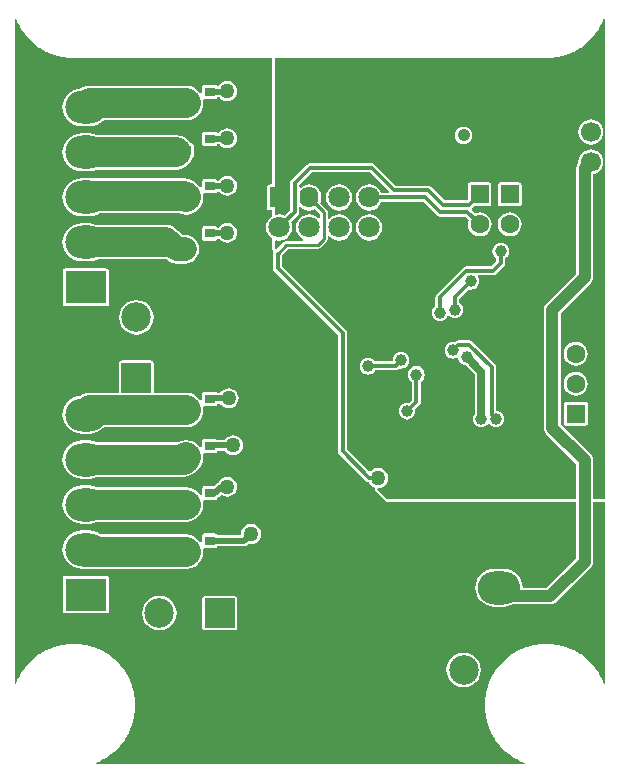
<source format=gbl>
G04 Layer_Physical_Order=2*
G04 Layer_Color=16711680*
%FSLAX25Y25*%
%MOIN*%
G70*
G01*
G75*
%ADD22C,0.01378*%
%ADD23C,0.01968*%
%ADD24C,0.02756*%
%ADD26R,0.09842X0.09842*%
%ADD27C,0.09842*%
%ADD28R,0.09842X0.09842*%
%ADD29C,0.06299*%
%ADD30R,0.06299X0.06299*%
%ADD31R,0.06693X0.06693*%
%ADD32C,0.06693*%
%ADD33C,0.04134*%
%ADD34R,0.06299X0.07087*%
%ADD35C,0.07087*%
%ADD36O,0.06299X0.07087*%
%ADD38C,0.03937*%
%ADD39C,0.02756*%
%ADD40C,0.05000*%
%ADD41R,0.03543X0.03150*%
%ADD42C,0.09842*%
%ADD43C,0.07874*%
%ADD44C,0.01000*%
%ADD45C,0.03937*%
%ADD46O,0.14173X0.11024*%
%ADD47R,0.14173X0.11024*%
%ADD48O,0.13780X0.11024*%
%ADD49R,0.13780X0.11024*%
G36*
X1239Y246868D02*
X1268Y246823D01*
X1286Y246772D01*
X2576Y244538D01*
X2611Y244497D01*
X2635Y244449D01*
X4206Y242402D01*
X4247Y242366D01*
X4276Y242322D01*
X6101Y240497D01*
X6146Y240467D01*
X6181Y240427D01*
X8228Y238856D01*
X8277Y238832D01*
X8317Y238796D01*
X10552Y237506D01*
X10603Y237489D01*
X10648Y237459D01*
X13032Y236472D01*
X13084Y236461D01*
X13133Y236437D01*
X15625Y235770D01*
X15679Y235766D01*
X15730Y235749D01*
X18288Y235412D01*
X18342Y235415D01*
X18394Y235405D01*
X19685D01*
X85799D01*
Y193335D01*
X84961D01*
X84649Y193273D01*
X84384Y193096D01*
X84207Y192832D01*
X84145Y192520D01*
Y185433D01*
X84207Y185121D01*
X84384Y184856D01*
X84649Y184679D01*
X84961Y184617D01*
X85799D01*
Y183532D01*
X85817Y183438D01*
X85821Y183341D01*
X85848Y183283D01*
X85861Y183220D01*
X85897Y182945D01*
X85727Y182627D01*
X85712Y182611D01*
X85013Y182074D01*
X84316Y181167D01*
X83879Y180110D01*
X83729Y178976D01*
X83879Y177843D01*
X84316Y176786D01*
X85013Y175879D01*
X85712Y175342D01*
X85727Y175326D01*
X85897Y175008D01*
X85861Y174733D01*
X85848Y174670D01*
X85821Y174611D01*
X85817Y174515D01*
X85799Y174421D01*
Y171964D01*
X85822Y171847D01*
X85834Y171727D01*
X85853Y171692D01*
X85861Y171652D01*
X85927Y171552D01*
X85984Y171446D01*
X86015Y171421D01*
X86037Y171388D01*
X86196Y170856D01*
X86080Y170276D01*
Y165354D01*
X86196Y164773D01*
X86525Y164281D01*
X107734Y143072D01*
Y104331D01*
X107849Y103750D01*
X108178Y103257D01*
X117037Y94399D01*
X117037Y94399D01*
X117529Y94070D01*
X118110Y93954D01*
X118110Y93954D01*
X118120D01*
X118180Y93808D01*
X118709Y93119D01*
X119399Y92590D01*
X119781Y92431D01*
X119864Y92370D01*
X120131Y92026D01*
X120126Y91997D01*
X120078Y91833D01*
X120081Y91773D01*
X120069Y91713D01*
X120089Y91615D01*
X120094Y91515D01*
X120120Y91461D01*
X120131Y91401D01*
X120187Y91318D01*
X120230Y91228D01*
X120275Y91187D01*
X120308Y91137D01*
X123632Y87813D01*
X123897Y87636D01*
X124209Y87574D01*
X124209Y87574D01*
X187168D01*
Y68706D01*
X177357Y58895D01*
X169337D01*
X169334Y58898D01*
X169213Y60135D01*
X168852Y61325D01*
X168266Y62421D01*
X167477Y63382D01*
X166516Y64171D01*
X165419Y64757D01*
X164229Y65118D01*
X162992Y65240D01*
X159843D01*
X158605Y65118D01*
X157415Y64757D01*
X156319Y64171D01*
X155358Y63382D01*
X154569Y62421D01*
X153983Y61325D01*
X153622Y60135D01*
X153500Y58898D01*
X153622Y57660D01*
X153983Y56471D01*
X154569Y55374D01*
X155358Y54413D01*
X156319Y53624D01*
X157415Y53038D01*
X158605Y52677D01*
X159843Y52555D01*
X162992D01*
X164229Y52677D01*
X165419Y53038D01*
X165928Y53310D01*
X178513D01*
X179236Y53405D01*
X179910Y53684D01*
X180488Y54128D01*
X191935Y65575D01*
X192379Y66153D01*
X192658Y66827D01*
X192753Y67550D01*
Y87574D01*
X196850D01*
Y27039D01*
X196350Y26939D01*
X195612Y28723D01*
X195582Y28767D01*
X195565Y28818D01*
X194274Y31053D01*
X194239Y31093D01*
X194215Y31142D01*
X192644Y33189D01*
X192604Y33224D01*
X192574Y33269D01*
X190749Y35094D01*
X190705Y35124D01*
X190669Y35164D01*
X188622Y36735D01*
X188574Y36759D01*
X188533Y36794D01*
X186299Y38084D01*
X186248Y38102D01*
X186203Y38131D01*
X183819Y39119D01*
X183766Y39129D01*
X183718Y39153D01*
X181225Y39821D01*
X181172Y39825D01*
X181121Y39842D01*
X178562Y40179D01*
X178509Y40175D01*
X178456Y40186D01*
X175875D01*
X175822Y40175D01*
X175768Y40179D01*
X173210Y39842D01*
X173159Y39825D01*
X173105Y39821D01*
X170613Y39153D01*
X170565Y39129D01*
X170512Y39119D01*
X168128Y38131D01*
X168083Y38102D01*
X168032Y38084D01*
X165798Y36794D01*
X165757Y36759D01*
X165709Y36735D01*
X163662Y35164D01*
X163626Y35123D01*
X163582Y35094D01*
X161757Y33269D01*
X161727Y33224D01*
X161687Y33189D01*
X160116Y31141D01*
X160092Y31093D01*
X160056Y31053D01*
X158766Y28818D01*
X158749Y28767D01*
X158719Y28722D01*
X157731Y26338D01*
X157721Y26286D01*
X157697Y26237D01*
X157029Y23745D01*
X157026Y23691D01*
X157009Y23640D01*
X156672Y21082D01*
X156675Y21028D01*
X156665Y20976D01*
Y18395D01*
X156675Y18342D01*
X156672Y18288D01*
X157009Y15730D01*
X157026Y15679D01*
X157029Y15625D01*
X157697Y13133D01*
X157721Y13084D01*
X157731Y13032D01*
X158719Y10648D01*
X158749Y10603D01*
X158766Y10552D01*
X160056Y8317D01*
X160092Y8277D01*
X160116Y8229D01*
X161687Y6181D01*
X161727Y6146D01*
X161757Y6101D01*
X163582Y4276D01*
X163626Y4247D01*
X163662Y4206D01*
X165709Y2635D01*
X165757Y2612D01*
X165798Y2576D01*
X168032Y1286D01*
X168083Y1268D01*
X168128Y1239D01*
X169911Y500D01*
X169812Y0D01*
X27039D01*
X26939Y500D01*
X28723Y1239D01*
X28767Y1268D01*
X28818Y1286D01*
X31053Y2576D01*
X31093Y2611D01*
X31142Y2635D01*
X33189Y4206D01*
X33224Y4247D01*
X33269Y4276D01*
X35094Y6101D01*
X35124Y6146D01*
X35164Y6181D01*
X36735Y8228D01*
X36759Y8277D01*
X36794Y8317D01*
X38084Y10552D01*
X38102Y10603D01*
X38131Y10648D01*
X39119Y13032D01*
X39129Y13084D01*
X39153Y13133D01*
X39821Y15625D01*
X39825Y15679D01*
X39842Y15730D01*
X40179Y18288D01*
X40175Y18342D01*
X40186Y18394D01*
Y20976D01*
X40175Y21028D01*
X40179Y21082D01*
X39842Y23640D01*
X39825Y23691D01*
X39821Y23745D01*
X39153Y26237D01*
X39129Y26286D01*
X39119Y26338D01*
X38131Y28722D01*
X38102Y28767D01*
X38084Y28818D01*
X36794Y31053D01*
X36759Y31093D01*
X36735Y31141D01*
X35164Y33189D01*
X35123Y33224D01*
X35094Y33269D01*
X33269Y35094D01*
X33224Y35123D01*
X33189Y35164D01*
X31141Y36735D01*
X31093Y36759D01*
X31053Y36794D01*
X28818Y38084D01*
X28767Y38102D01*
X28722Y38131D01*
X26338Y39119D01*
X26286Y39129D01*
X26237Y39153D01*
X23745Y39821D01*
X23691Y39825D01*
X23640Y39842D01*
X21082Y40179D01*
X21028Y40175D01*
X20976Y40186D01*
X19685D01*
X19685Y40186D01*
X18395Y40186D01*
X18342Y40175D01*
X18288Y40179D01*
X15730Y39842D01*
X15679Y39825D01*
X15625Y39821D01*
X13133Y39153D01*
X13084Y39129D01*
X13032Y39119D01*
X10648Y38131D01*
X10603Y38102D01*
X10552Y38084D01*
X8317Y36794D01*
X8277Y36759D01*
X8229Y36735D01*
X6181Y35164D01*
X6146Y35123D01*
X6101Y35094D01*
X4276Y33269D01*
X4247Y33224D01*
X4206Y33189D01*
X2635Y31141D01*
X2612Y31093D01*
X2576Y31053D01*
X1286Y28818D01*
X1268Y28767D01*
X1239Y28722D01*
X500Y26939D01*
X0Y27039D01*
Y248552D01*
X500Y248651D01*
X1239Y246868D01*
D02*
G37*
G36*
X95293Y185766D02*
X96118Y185133D01*
X97079Y184735D01*
X98110Y184599D01*
X99141Y184735D01*
X100086Y185126D01*
X101628Y183584D01*
Y182270D01*
X101128Y182135D01*
X100301Y182770D01*
X99244Y183208D01*
X98110Y183357D01*
X96976Y183208D01*
X95920Y182770D01*
X95013Y182074D01*
X94316Y181167D01*
X93879Y180110D01*
X93730Y178976D01*
X93879Y177843D01*
X94316Y176786D01*
X95013Y175879D01*
X95920Y175182D01*
X96231Y175054D01*
X96131Y174554D01*
X90551D01*
X90044Y174453D01*
X89614Y174166D01*
X87154Y171705D01*
X87114Y171697D01*
X86614Y171964D01*
Y174421D01*
X87114Y174727D01*
X88110Y174596D01*
X89244Y174745D01*
X90301Y175182D01*
X91208Y175879D01*
X91904Y176786D01*
X92342Y177843D01*
X92491Y178976D01*
X92342Y180110D01*
X92063Y180782D01*
X94351Y183071D01*
X94351Y183071D01*
X94681Y183563D01*
X94796Y184144D01*
X94796Y184144D01*
Y185636D01*
X95270Y185797D01*
X95293Y185766D01*
D02*
G37*
G36*
X196850Y248552D02*
Y88389D01*
X192753D01*
Y101378D01*
X192658Y102101D01*
X192379Y102774D01*
X191935Y103352D01*
X191935Y103352D01*
X181926Y113361D01*
Y150418D01*
X191935Y160427D01*
X191935Y160427D01*
X192379Y161005D01*
X192658Y161679D01*
X192753Y162402D01*
Y196698D01*
X193127Y196748D01*
X194135Y197166D01*
X195001Y197830D01*
X195666Y198696D01*
X196084Y199705D01*
X196227Y200787D01*
X196084Y201870D01*
X195666Y202878D01*
X195001Y203745D01*
X194135Y204409D01*
X193127Y204827D01*
X192044Y204970D01*
X190962Y204827D01*
X189953Y204409D01*
X189087Y203745D01*
X188422Y202878D01*
X188005Y201870D01*
X187862Y200787D01*
X187892Y200556D01*
X187542Y200100D01*
X187263Y199426D01*
X187168Y198704D01*
Y163558D01*
X177159Y153549D01*
X176716Y152971D01*
X176437Y152297D01*
X176341Y151575D01*
Y112205D01*
X176437Y111482D01*
X176716Y110809D01*
X177159Y110230D01*
X187168Y100221D01*
Y88389D01*
X124209D01*
X120885Y91713D01*
X121150Y92155D01*
X121924Y92257D01*
X122727Y92590D01*
X123417Y93119D01*
X123946Y93808D01*
X124278Y94611D01*
X124391Y95472D01*
X124278Y96334D01*
X123946Y97137D01*
X123417Y97826D01*
X122727Y98355D01*
X121924Y98687D01*
X121063Y98801D01*
X120202Y98687D01*
X119399Y98355D01*
X118709Y97826D01*
X118590Y97671D01*
X118091Y97638D01*
X110770Y104959D01*
Y143701D01*
X110654Y144282D01*
X110326Y144774D01*
X89117Y165983D01*
Y169919D01*
X91100Y171903D01*
X101086D01*
X101593Y172004D01*
X102023Y172291D01*
X103891Y174159D01*
X104178Y174589D01*
X104279Y175096D01*
Y176013D01*
X104779Y176183D01*
X105013Y175879D01*
X105920Y175182D01*
X106976Y174745D01*
X108110Y174596D01*
X109244Y174745D01*
X110301Y175182D01*
X111208Y175879D01*
X111904Y176786D01*
X112342Y177843D01*
X112491Y178976D01*
X112342Y180110D01*
X111904Y181167D01*
X111208Y182074D01*
X110301Y182770D01*
X109244Y183208D01*
X108110Y183357D01*
X106976Y183208D01*
X105920Y182770D01*
X105013Y182074D01*
X104779Y181770D01*
X104279Y181939D01*
Y184133D01*
X104178Y184640D01*
X103891Y185070D01*
X101797Y187164D01*
X101958Y187552D01*
X102094Y188583D01*
Y189370D01*
X101958Y190401D01*
X101560Y191362D01*
X100927Y192187D01*
X100102Y192820D01*
X99141Y193218D01*
X98110Y193354D01*
X97079Y193218D01*
X96118Y192820D01*
X95293Y192187D01*
X95270Y192156D01*
X94796Y192317D01*
Y193043D01*
X99054Y197301D01*
X118466D01*
X124810Y190956D01*
X124619Y190495D01*
X122183D01*
X121904Y191167D01*
X121208Y192074D01*
X120301Y192770D01*
X119244Y193208D01*
X118110Y193357D01*
X116976Y193208D01*
X115920Y192770D01*
X115013Y192074D01*
X114316Y191167D01*
X113879Y190110D01*
X113730Y188976D01*
X113879Y187843D01*
X114316Y186786D01*
X115013Y185879D01*
X115920Y185182D01*
X116976Y184745D01*
X118110Y184596D01*
X119244Y184745D01*
X120301Y185182D01*
X121208Y185879D01*
X121904Y186786D01*
X122183Y187458D01*
X136182D01*
X140659Y182982D01*
X141151Y182652D01*
X141732Y182537D01*
X150259D01*
X151291Y181505D01*
X151095Y181031D01*
X150959Y180000D01*
X151095Y178969D01*
X151493Y178008D01*
X152126Y177183D01*
X152951Y176550D01*
X153912Y176152D01*
X154943Y176016D01*
X155974Y176152D01*
X156935Y176550D01*
X157760Y177183D01*
X158393Y178008D01*
X158791Y178969D01*
X158927Y180000D01*
X158791Y181031D01*
X158393Y181992D01*
X157760Y182817D01*
X156935Y183450D01*
X155974Y183848D01*
X154943Y183984D01*
X153912Y183848D01*
X153438Y183652D01*
X152297Y184793D01*
X152346Y185291D01*
X152450Y185360D01*
X153125Y186035D01*
X158093D01*
X158405Y186097D01*
X158669Y186274D01*
X158846Y186538D01*
X158908Y186850D01*
Y193150D01*
X158846Y193462D01*
X158669Y193726D01*
X158405Y193903D01*
X158093Y193965D01*
X151793D01*
X151481Y193903D01*
X151217Y193726D01*
X151040Y193462D01*
X150978Y193150D01*
Y188182D01*
X150747Y187951D01*
X143346D01*
X138870Y192428D01*
X138377Y192757D01*
X137796Y192873D01*
X127188D01*
X120168Y199892D01*
X119676Y200221D01*
X119095Y200337D01*
X98425D01*
X97844Y200221D01*
X97352Y199892D01*
X92204Y194745D01*
X91875Y194253D01*
X91760Y193672D01*
Y184773D01*
X89916Y182929D01*
X89244Y183208D01*
X88110Y183357D01*
X87114Y183226D01*
X86614Y183532D01*
Y235405D01*
X175875Y235405D01*
X178456D01*
X178508Y235415D01*
X178562Y235412D01*
X181121Y235749D01*
X181171Y235766D01*
X181225Y235770D01*
X183718Y236437D01*
X183766Y236461D01*
X183819Y236472D01*
X186203Y237459D01*
X186247Y237489D01*
X186298Y237506D01*
X188533Y238797D01*
X188574Y238832D01*
X188622Y238856D01*
X190669Y240427D01*
X190705Y240467D01*
X190749Y240497D01*
X192574Y242322D01*
X192604Y242366D01*
X192644Y242402D01*
X194215Y244449D01*
X194239Y244497D01*
X194274Y244538D01*
X195565Y246773D01*
X195582Y246824D01*
X195612Y246868D01*
X196350Y248651D01*
X196850Y248552D01*
D02*
G37*
%LPC*%
G36*
X45472Y134674D02*
X35630D01*
X35318Y134612D01*
X35053Y134435D01*
X34876Y134170D01*
X34814Y133858D01*
Y124016D01*
X34704Y123881D01*
X25118D01*
X23625Y123684D01*
X22233Y123108D01*
X22005Y122933D01*
X21007Y122835D01*
X19817Y122474D01*
X18721Y121888D01*
X17759Y121099D01*
X16971Y120138D01*
X16385Y119041D01*
X16024Y117851D01*
X15902Y116614D01*
X16024Y115377D01*
X16385Y114187D01*
X16971Y113091D01*
X17759Y112129D01*
X18721Y111341D01*
X19817Y110755D01*
X21007Y110394D01*
X22244Y110272D01*
X25000D01*
X26237Y110394D01*
X27427Y110755D01*
X28524Y111341D01*
X29485Y112129D01*
X29657Y112340D01*
X57087D01*
X58580Y112536D01*
X59972Y113113D01*
X61167Y114030D01*
X62084Y115225D01*
X62661Y116617D01*
X62857Y118110D01*
X62732Y119063D01*
X63184Y119461D01*
X63189Y119460D01*
X66732D01*
X67044Y119522D01*
X67309Y119699D01*
X67486Y119964D01*
X67538Y120228D01*
X68496D01*
X68906Y119694D01*
X69596Y119165D01*
X70398Y118832D01*
X71260Y118719D01*
X72121Y118832D01*
X72924Y119165D01*
X73613Y119694D01*
X74142Y120383D01*
X74475Y121186D01*
X74588Y122047D01*
X74475Y122909D01*
X74142Y123712D01*
X73613Y124401D01*
X72924Y124930D01*
X72121Y125262D01*
X71260Y125376D01*
X70398Y125262D01*
X69596Y124930D01*
X68906Y124401D01*
X68496Y123866D01*
X67400D01*
X67309Y124002D01*
X67044Y124179D01*
X66732Y124241D01*
X63189D01*
X62877Y124179D01*
X62612Y124002D01*
X62435Y123737D01*
X62373Y123425D01*
Y121440D01*
X61873Y121270D01*
X61167Y122191D01*
X59972Y123108D01*
X58580Y123684D01*
X57087Y123881D01*
X46399D01*
X46288Y124016D01*
Y133858D01*
X46226Y134170D01*
X46049Y134435D01*
X45785Y134612D01*
X45472Y134674D01*
D02*
G37*
G36*
X73228Y56131D02*
X63386D01*
X63074Y56068D01*
X62809Y55892D01*
X62632Y55627D01*
X62570Y55315D01*
Y45472D01*
X62632Y45160D01*
X62809Y44896D01*
X63074Y44719D01*
X63386Y44657D01*
X73228D01*
X73541Y44719D01*
X73805Y44896D01*
X73982Y45160D01*
X74044Y45472D01*
Y55315D01*
X73982Y55627D01*
X73805Y55892D01*
X73541Y56068D01*
X73228Y56131D01*
D02*
G37*
G36*
X48228Y56164D02*
X46735Y55968D01*
X45343Y55391D01*
X44148Y54474D01*
X43231Y53279D01*
X42654Y51887D01*
X42458Y50394D01*
X42654Y48900D01*
X43231Y47508D01*
X44148Y46313D01*
X45343Y45396D01*
X46735Y44820D01*
X48228Y44623D01*
X49722Y44820D01*
X51114Y45396D01*
X52309Y46313D01*
X53226Y47508D01*
X53802Y48900D01*
X53999Y50394D01*
X53802Y51887D01*
X53226Y53279D01*
X52309Y54474D01*
X51114Y55391D01*
X49722Y55968D01*
X48228Y56164D01*
D02*
G37*
G36*
X149606Y37267D02*
X148113Y37070D01*
X146721Y36494D01*
X145526Y35577D01*
X144609Y34381D01*
X144032Y32990D01*
X143836Y31496D01*
X144032Y30002D01*
X144609Y28611D01*
X145526Y27416D01*
X146721Y26499D01*
X148113Y25922D01*
X149606Y25725D01*
X151100Y25922D01*
X152492Y26499D01*
X153687Y27416D01*
X154604Y28611D01*
X155180Y30002D01*
X155377Y31496D01*
X155180Y32990D01*
X154604Y34381D01*
X153687Y35577D01*
X152492Y36494D01*
X151100Y37070D01*
X149606Y37267D01*
D02*
G37*
G36*
X30512Y62942D02*
X16732D01*
X16420Y62880D01*
X16156Y62703D01*
X15979Y62438D01*
X15917Y62126D01*
Y51102D01*
X15979Y50790D01*
X16156Y50526D01*
X16420Y50349D01*
X16732Y50287D01*
X30512D01*
X30824Y50349D01*
X31089Y50526D01*
X31265Y50790D01*
X31328Y51102D01*
Y62126D01*
X31265Y62438D01*
X31089Y62703D01*
X30824Y62880D01*
X30512Y62942D01*
D02*
G37*
G36*
X72835Y109628D02*
X71973Y109514D01*
X71170Y109182D01*
X70481Y108653D01*
X70071Y108118D01*
X67400D01*
X67309Y108254D01*
X67044Y108431D01*
X66732Y108493D01*
X63189D01*
X62877Y108431D01*
X62612Y108254D01*
X62435Y107989D01*
X62373Y107677D01*
Y105692D01*
X61873Y105522D01*
X61167Y106443D01*
X59972Y107360D01*
X58580Y107936D01*
X57087Y108133D01*
X55593Y107936D01*
X54262Y107385D01*
X27593D01*
X27427Y107474D01*
X26237Y107835D01*
X25000Y107957D01*
X22244D01*
X21007Y107835D01*
X19817Y107474D01*
X18721Y106888D01*
X17759Y106099D01*
X16971Y105138D01*
X16385Y104041D01*
X16024Y102851D01*
X15902Y101614D01*
X16024Y100377D01*
X16385Y99187D01*
X16971Y98090D01*
X17759Y97129D01*
X18721Y96341D01*
X19817Y95755D01*
X21007Y95394D01*
X22244Y95272D01*
X25000D01*
X26237Y95394D01*
X27427Y95755D01*
X27593Y95843D01*
X56339D01*
X57832Y96040D01*
X59224Y96617D01*
X60419Y97534D01*
X61167Y98282D01*
X62084Y99477D01*
X62661Y100869D01*
X62857Y102362D01*
X62732Y103315D01*
X63184Y103713D01*
X63189Y103712D01*
X66732D01*
X67044Y103774D01*
X67309Y103951D01*
X67486Y104215D01*
X67538Y104480D01*
X70071D01*
X70481Y103946D01*
X71170Y103417D01*
X71973Y103084D01*
X72835Y102971D01*
X73696Y103084D01*
X74499Y103417D01*
X75188Y103946D01*
X75717Y104635D01*
X76050Y105438D01*
X76163Y106299D01*
X76050Y107161D01*
X75717Y107963D01*
X75188Y108653D01*
X74499Y109182D01*
X73696Y109514D01*
X72835Y109628D01*
D02*
G37*
G36*
X70866Y95848D02*
X70005Y95735D01*
X69202Y95402D01*
X68512Y94873D01*
X67984Y94184D01*
X67910Y94005D01*
X67611Y93806D01*
X67611Y93806D01*
X66550Y92745D01*
X63189D01*
X62877Y92683D01*
X62612Y92506D01*
X62435Y92241D01*
X62373Y91929D01*
Y89944D01*
X61873Y89774D01*
X61167Y90695D01*
X59972Y91612D01*
X58580Y92188D01*
X57087Y92385D01*
X27593D01*
X27427Y92474D01*
X26237Y92835D01*
X25000Y92957D01*
X22244D01*
X21007Y92835D01*
X19817Y92474D01*
X18721Y91888D01*
X17759Y91099D01*
X16971Y90138D01*
X16385Y89041D01*
X16024Y87852D01*
X15902Y86614D01*
X16024Y85377D01*
X16385Y84187D01*
X16971Y83091D01*
X17759Y82129D01*
X18721Y81341D01*
X19817Y80755D01*
X21007Y80394D01*
X22244Y80272D01*
X25000D01*
X26237Y80394D01*
X27427Y80755D01*
X27593Y80844D01*
X57087D01*
X58580Y81040D01*
X59972Y81617D01*
X61167Y82534D01*
X62084Y83729D01*
X62661Y85121D01*
X62857Y86614D01*
X62732Y87567D01*
X63184Y87965D01*
X63189Y87964D01*
X66732D01*
X67044Y88026D01*
X67309Y88203D01*
X67486Y88467D01*
X67542Y88749D01*
X68019Y89068D01*
X68854Y89904D01*
X69202Y89637D01*
X70005Y89305D01*
X70866Y89191D01*
X71728Y89305D01*
X72530Y89637D01*
X73220Y90166D01*
X73749Y90855D01*
X74081Y91658D01*
X74195Y92520D01*
X74081Y93381D01*
X73749Y94184D01*
X73220Y94873D01*
X72530Y95402D01*
X71728Y95735D01*
X70866Y95848D01*
D02*
G37*
G36*
X78740Y80100D02*
X77879Y79987D01*
X77076Y79654D01*
X76387Y79125D01*
X75858Y78436D01*
X75525Y77633D01*
X75412Y76772D01*
X75108Y76425D01*
X67499D01*
X67486Y76493D01*
X67309Y76758D01*
X67044Y76935D01*
X66732Y76997D01*
X63189D01*
X62877Y76935D01*
X62612Y76758D01*
X62435Y76493D01*
X62373Y76181D01*
Y74196D01*
X61873Y74026D01*
X61167Y74947D01*
X59972Y75864D01*
X58580Y76440D01*
X57087Y76637D01*
X28829D01*
X28524Y76888D01*
X27427Y77474D01*
X26237Y77835D01*
X25000Y77956D01*
X22244D01*
X21007Y77835D01*
X19817Y77474D01*
X18721Y76888D01*
X17759Y76099D01*
X16971Y75138D01*
X16385Y74041D01*
X16024Y72852D01*
X15902Y71614D01*
X16024Y70377D01*
X16385Y69187D01*
X16971Y68090D01*
X17759Y67129D01*
X18721Y66341D01*
X19817Y65755D01*
X21007Y65394D01*
X22244Y65272D01*
X23031D01*
X24370Y65096D01*
X57087D01*
X58580Y65292D01*
X59972Y65869D01*
X61167Y66786D01*
X62084Y67981D01*
X62661Y69373D01*
X62857Y70866D01*
X62732Y71819D01*
X63184Y72217D01*
X63189Y72216D01*
X66732D01*
X67044Y72278D01*
X67309Y72455D01*
X67486Y72719D01*
X67499Y72787D01*
X76575D01*
X76575Y72787D01*
X77271Y72926D01*
X77861Y73320D01*
X78072Y73531D01*
X78740Y73443D01*
X79602Y73557D01*
X80404Y73889D01*
X81094Y74418D01*
X81623Y75107D01*
X81955Y75910D01*
X82069Y76772D01*
X81955Y77633D01*
X81623Y78436D01*
X81094Y79125D01*
X80404Y79654D01*
X79602Y79987D01*
X78740Y80100D01*
D02*
G37*
G36*
X25000Y210319D02*
X22244D01*
X21007Y210197D01*
X19817Y209836D01*
X18721Y209250D01*
X17759Y208461D01*
X16971Y207500D01*
X16385Y206403D01*
X16024Y205214D01*
X15902Y203976D01*
X16024Y202739D01*
X16385Y201549D01*
X16971Y200453D01*
X17759Y199492D01*
X18721Y198703D01*
X19817Y198117D01*
X21007Y197756D01*
X22244Y197634D01*
X25000D01*
X26237Y197756D01*
X27427Y198117D01*
X27593Y198206D01*
X53799D01*
X55292Y198402D01*
X56684Y198979D01*
X57879Y199896D01*
X58796Y201091D01*
X59373Y202483D01*
X59380Y202536D01*
X59435Y202573D01*
X59612Y202837D01*
X59674Y203150D01*
Y206299D01*
X59612Y206611D01*
X59435Y206876D01*
X59170Y207053D01*
X58858Y207115D01*
X58602D01*
X57879Y208057D01*
X56684Y208974D01*
X55292Y209550D01*
X53799Y209747D01*
X27593D01*
X27427Y209836D01*
X26237Y210197D01*
X25000Y210319D01*
D02*
G37*
G36*
X70866Y196242D02*
X70005Y196128D01*
X69202Y195796D01*
X68512Y195267D01*
X67984Y194578D01*
X67966Y194536D01*
X67499D01*
X67486Y194604D01*
X67309Y194868D01*
X67044Y195045D01*
X66732Y195107D01*
X63189D01*
X62877Y195045D01*
X62612Y194868D01*
X62435Y194604D01*
X62373Y194291D01*
Y192306D01*
X61873Y192136D01*
X61167Y193057D01*
X60620Y193604D01*
X59425Y194521D01*
X58033Y195098D01*
X56539Y195294D01*
X25249D01*
X25000Y195319D01*
X22244D01*
X21007Y195197D01*
X19817Y194836D01*
X18721Y194250D01*
X17759Y193461D01*
X16971Y192500D01*
X16385Y191403D01*
X16024Y190214D01*
X15902Y188976D01*
X16024Y187739D01*
X16385Y186549D01*
X16971Y185453D01*
X17759Y184492D01*
X18721Y183703D01*
X19817Y183117D01*
X21007Y182756D01*
X22244Y182634D01*
X25000D01*
X26237Y182756D01*
X27427Y183117D01*
X28524Y183703D01*
X28585Y183753D01*
X54747D01*
X55593Y183402D01*
X57087Y183206D01*
X58580Y183402D01*
X59972Y183979D01*
X61167Y184896D01*
X62084Y186091D01*
X62661Y187483D01*
X62857Y188976D01*
X62732Y189929D01*
X63184Y190327D01*
X63189Y190326D01*
X66732D01*
X67044Y190388D01*
X67309Y190565D01*
X67486Y190830D01*
X67499Y190897D01*
X68253D01*
X68512Y190560D01*
X69202Y190031D01*
X70005Y189698D01*
X70866Y189585D01*
X71728Y189698D01*
X72530Y190031D01*
X73220Y190560D01*
X73749Y191249D01*
X74081Y192052D01*
X74195Y192913D01*
X74081Y193775D01*
X73749Y194578D01*
X73220Y195267D01*
X72530Y195796D01*
X71728Y196128D01*
X70866Y196242D01*
D02*
G37*
G36*
Y227738D02*
X70005Y227625D01*
X69202Y227292D01*
X68512Y226763D01*
X67984Y226074D01*
X67966Y226032D01*
X67499D01*
X67486Y226099D01*
X67309Y226364D01*
X67044Y226541D01*
X66732Y226603D01*
X63189D01*
X62877Y226541D01*
X62612Y226364D01*
X62435Y226099D01*
X62373Y225787D01*
Y223802D01*
X61873Y223633D01*
X61167Y224553D01*
X59972Y225470D01*
X58580Y226046D01*
X57087Y226243D01*
X25118D01*
X23625Y226046D01*
X22233Y225470D01*
X22005Y225295D01*
X21007Y225197D01*
X19817Y224836D01*
X18721Y224250D01*
X17759Y223461D01*
X16971Y222500D01*
X16385Y221404D01*
X16024Y220214D01*
X15902Y218976D01*
X16024Y217739D01*
X16385Y216549D01*
X16971Y215453D01*
X17759Y214492D01*
X18721Y213703D01*
X19817Y213117D01*
X21007Y212756D01*
X22244Y212634D01*
X25000D01*
X26237Y212756D01*
X27427Y213117D01*
X28524Y213703D01*
X29485Y214492D01*
X29657Y214702D01*
X57087D01*
X58580Y214898D01*
X59972Y215475D01*
X61167Y216392D01*
X62084Y217587D01*
X62661Y218979D01*
X62857Y220472D01*
X62732Y221426D01*
X63184Y221823D01*
X63189Y221822D01*
X66732D01*
X67044Y221884D01*
X67309Y222061D01*
X67486Y222326D01*
X67499Y222393D01*
X68253D01*
X68512Y222056D01*
X69202Y221527D01*
X70005Y221194D01*
X70866Y221081D01*
X71728Y221194D01*
X72530Y221527D01*
X73220Y222056D01*
X73749Y222745D01*
X74081Y223548D01*
X74195Y224410D01*
X74081Y225271D01*
X73749Y226074D01*
X73220Y226763D01*
X72530Y227292D01*
X71728Y227625D01*
X70866Y227738D01*
D02*
G37*
G36*
Y211990D02*
X70005Y211877D01*
X69202Y211544D01*
X68512Y211015D01*
X67984Y210326D01*
X67966Y210284D01*
X67499D01*
X67486Y210351D01*
X67309Y210616D01*
X67044Y210793D01*
X66732Y210855D01*
X63189D01*
X62877Y210793D01*
X62612Y210616D01*
X62435Y210351D01*
X62373Y210039D01*
Y206890D01*
X62435Y206578D01*
X62612Y206313D01*
X62877Y206136D01*
X63189Y206074D01*
X66732D01*
X67044Y206136D01*
X67309Y206313D01*
X67486Y206578D01*
X67499Y206645D01*
X68253D01*
X68512Y206308D01*
X69202Y205779D01*
X70005Y205446D01*
X70866Y205333D01*
X71728Y205446D01*
X72530Y205779D01*
X73220Y206308D01*
X73749Y206997D01*
X74081Y207800D01*
X74195Y208661D01*
X74081Y209523D01*
X73749Y210326D01*
X73220Y211015D01*
X72530Y211544D01*
X71728Y211877D01*
X70866Y211990D01*
D02*
G37*
G36*
X30512Y165304D02*
X16732D01*
X16420Y165242D01*
X16156Y165065D01*
X15979Y164800D01*
X15917Y164488D01*
Y153465D01*
X15979Y153152D01*
X16156Y152888D01*
X16420Y152711D01*
X16732Y152649D01*
X30512D01*
X30824Y152711D01*
X31089Y152888D01*
X31265Y153152D01*
X31328Y153465D01*
Y164488D01*
X31265Y164800D01*
X31089Y165065D01*
X30824Y165242D01*
X30512Y165304D01*
D02*
G37*
G36*
X40551Y154786D02*
X39058Y154590D01*
X37666Y154013D01*
X36471Y153096D01*
X35554Y151901D01*
X34977Y150509D01*
X34780Y149016D01*
X34977Y147522D01*
X35554Y146130D01*
X36471Y144935D01*
X37666Y144018D01*
X39058Y143442D01*
X40551Y143245D01*
X42045Y143442D01*
X43437Y144018D01*
X44632Y144935D01*
X45549Y146130D01*
X46125Y147522D01*
X46322Y149016D01*
X46125Y150509D01*
X45549Y151901D01*
X44632Y153096D01*
X43437Y154013D01*
X42045Y154590D01*
X40551Y154786D01*
D02*
G37*
G36*
X25000Y180319D02*
X22244D01*
X21007Y180197D01*
X19817Y179836D01*
X18721Y179250D01*
X17759Y178461D01*
X16971Y177500D01*
X16385Y176403D01*
X16024Y175214D01*
X15902Y173976D01*
X16024Y172739D01*
X16385Y171549D01*
X16971Y170453D01*
X17759Y169492D01*
X18721Y168703D01*
X19817Y168117D01*
X21007Y167756D01*
X22244Y167634D01*
X25000D01*
X26237Y167756D01*
X27427Y168117D01*
X27943Y168393D01*
X50147D01*
X50506Y168440D01*
X50627Y168318D01*
X51617Y167559D01*
X52769Y167081D01*
X54006Y166919D01*
X56650D01*
X57887Y167081D01*
X59039Y167559D01*
X60028Y168318D01*
X60788Y169307D01*
X61265Y170460D01*
X61428Y171696D01*
X61265Y172933D01*
X60788Y174085D01*
X60028Y175075D01*
X59039Y175834D01*
X57887Y176312D01*
X56650Y176474D01*
X55985D01*
X54918Y177542D01*
X54550Y177824D01*
X54228Y178244D01*
X53033Y179161D01*
X51641Y179737D01*
X50147Y179934D01*
X27105D01*
X26237Y180197D01*
X25000Y180319D01*
D02*
G37*
G36*
X70866Y180494D02*
X70005Y180380D01*
X69202Y180048D01*
X68512Y179519D01*
X67984Y178830D01*
X67966Y178788D01*
X67499D01*
X67486Y178855D01*
X67309Y179120D01*
X67044Y179297D01*
X66732Y179359D01*
X63189D01*
X62877Y179297D01*
X62612Y179120D01*
X62435Y178855D01*
X62373Y178543D01*
Y175394D01*
X62435Y175082D01*
X62612Y174817D01*
X62877Y174640D01*
X63189Y174578D01*
X66732D01*
X67044Y174640D01*
X67309Y174817D01*
X67486Y175082D01*
X67499Y175149D01*
X68253D01*
X68512Y174812D01*
X69202Y174283D01*
X70005Y173950D01*
X70866Y173837D01*
X71728Y173950D01*
X72530Y174283D01*
X73220Y174812D01*
X73749Y175501D01*
X74081Y176304D01*
X74195Y177165D01*
X74081Y178027D01*
X73749Y178830D01*
X73220Y179519D01*
X72530Y180048D01*
X71728Y180380D01*
X70866Y180494D01*
D02*
G37*
G36*
X133858Y132714D02*
X133135Y132618D01*
X132462Y132340D01*
X131884Y131896D01*
X131440Y131317D01*
X131161Y130644D01*
X131066Y129921D01*
X131161Y129199D01*
X131440Y128525D01*
X131884Y127947D01*
X132340Y127597D01*
Y121495D01*
X131279Y120434D01*
X130709Y120509D01*
X129986Y120414D01*
X129313Y120135D01*
X128734Y119691D01*
X128290Y119113D01*
X128011Y118439D01*
X127916Y117717D01*
X128011Y116994D01*
X128290Y116320D01*
X128734Y115742D01*
X129313Y115298D01*
X129986Y115019D01*
X130709Y114924D01*
X131431Y115019D01*
X132105Y115298D01*
X132683Y115742D01*
X133127Y116320D01*
X133406Y116994D01*
X133501Y117717D01*
X133426Y118287D01*
X134932Y119793D01*
X135261Y120285D01*
X135376Y120866D01*
Y127597D01*
X135833Y127947D01*
X136276Y128525D01*
X136556Y129199D01*
X136651Y129921D01*
X136556Y130644D01*
X136276Y131317D01*
X135833Y131896D01*
X135255Y132340D01*
X134581Y132618D01*
X133858Y132714D01*
D02*
G37*
G36*
X190157Y120855D02*
X183858D01*
X183546Y120793D01*
X183282Y120616D01*
X183105Y120352D01*
X183043Y120039D01*
Y113740D01*
X183105Y113428D01*
X183282Y113163D01*
X183546Y112987D01*
X183858Y112925D01*
X190157D01*
X190470Y112987D01*
X190734Y113163D01*
X190911Y113428D01*
X190973Y113740D01*
Y120039D01*
X190911Y120352D01*
X190734Y120616D01*
X190470Y120793D01*
X190157Y120855D01*
D02*
G37*
G36*
X128740Y137438D02*
X128017Y137343D01*
X127344Y137064D01*
X126766Y136620D01*
X126322Y136042D01*
X126043Y135368D01*
X125948Y134646D01*
X125725Y134392D01*
X119890D01*
X119691Y134652D01*
X119113Y135096D01*
X118439Y135374D01*
X117717Y135470D01*
X116994Y135374D01*
X116320Y135096D01*
X115742Y134652D01*
X115298Y134073D01*
X115019Y133400D01*
X114924Y132677D01*
X115019Y131954D01*
X115298Y131281D01*
X115742Y130703D01*
X116320Y130259D01*
X116994Y129980D01*
X117717Y129885D01*
X118439Y129980D01*
X119113Y130259D01*
X119691Y130703D01*
X120135Y131281D01*
X120166Y131356D01*
X126969D01*
X127550Y131471D01*
X128042Y131800D01*
X128170Y131928D01*
X128740Y131853D01*
X129463Y131948D01*
X130136Y132227D01*
X130715Y132671D01*
X131158Y133249D01*
X131437Y133923D01*
X131533Y134646D01*
X131437Y135368D01*
X131158Y136042D01*
X130715Y136620D01*
X130136Y137064D01*
X129463Y137343D01*
X128740Y137438D01*
D02*
G37*
G36*
X147828Y141282D02*
X147248Y141166D01*
X146755Y140837D01*
X146755Y140837D01*
X146615Y140697D01*
X146044Y140772D01*
X145322Y140677D01*
X144648Y140398D01*
X144070Y139954D01*
X143626Y139376D01*
X143347Y138702D01*
X143252Y137979D01*
X143347Y137257D01*
X143626Y136583D01*
X144070Y136005D01*
X144648Y135561D01*
X145322Y135282D01*
X146044Y135187D01*
X146767Y135282D01*
X147335Y135517D01*
X147680Y135396D01*
X147872Y135263D01*
X147893Y135104D01*
X148172Y134431D01*
X148616Y133852D01*
X149194Y133408D01*
X149868Y133130D01*
X150190Y133087D01*
X153291Y129986D01*
Y116811D01*
X153094Y116554D01*
X152815Y115880D01*
X152719Y115157D01*
X152815Y114435D01*
X153094Y113761D01*
X153537Y113183D01*
X154116Y112739D01*
X154789Y112460D01*
X155512Y112365D01*
X156235Y112460D01*
X156908Y112739D01*
X157486Y113183D01*
X157657Y113406D01*
X158287D01*
X158458Y113183D01*
X159037Y112739D01*
X159710Y112460D01*
X160433Y112365D01*
X161155Y112460D01*
X161829Y112739D01*
X162407Y113183D01*
X162851Y113761D01*
X163130Y114435D01*
X163225Y115157D01*
X163130Y115880D01*
X162851Y116553D01*
X162407Y117132D01*
X161829Y117576D01*
X161155Y117854D01*
X160573Y117931D01*
Y132283D01*
X160573Y132283D01*
X160458Y132864D01*
X160129Y133357D01*
X160129Y133357D01*
X152648Y140837D01*
X152156Y141166D01*
X151575Y141282D01*
X147828D01*
X147828Y141282D01*
D02*
G37*
G36*
X187008Y130873D02*
X185977Y130738D01*
X185016Y130340D01*
X184191Y129707D01*
X183558Y128882D01*
X183160Y127921D01*
X183024Y126890D01*
X183160Y125859D01*
X183558Y124898D01*
X184191Y124073D01*
X185016Y123440D01*
X185977Y123042D01*
X187008Y122906D01*
X188039Y123042D01*
X189000Y123440D01*
X189825Y124073D01*
X190458Y124898D01*
X190856Y125859D01*
X190992Y126890D01*
X190856Y127921D01*
X190458Y128882D01*
X189825Y129707D01*
X189000Y130340D01*
X188039Y130738D01*
X187008Y130873D01*
D02*
G37*
G36*
Y140873D02*
X185977Y140738D01*
X185016Y140340D01*
X184191Y139707D01*
X183558Y138882D01*
X183160Y137921D01*
X183024Y136890D01*
X183160Y135859D01*
X183558Y134898D01*
X184191Y134073D01*
X185016Y133440D01*
X185977Y133042D01*
X187008Y132906D01*
X188039Y133042D01*
X189000Y133440D01*
X189825Y134073D01*
X190458Y134898D01*
X190856Y135859D01*
X190992Y136890D01*
X190856Y137921D01*
X190458Y138882D01*
X189825Y139707D01*
X189000Y140340D01*
X188039Y140738D01*
X187008Y140873D01*
D02*
G37*
G36*
X168150Y193965D02*
X161850D01*
X161538Y193903D01*
X161274Y193726D01*
X161097Y193462D01*
X161035Y193150D01*
Y186850D01*
X161097Y186538D01*
X161274Y186274D01*
X161538Y186097D01*
X161850Y186035D01*
X168150D01*
X168462Y186097D01*
X168726Y186274D01*
X168903Y186538D01*
X168965Y186850D01*
Y193150D01*
X168903Y193462D01*
X168726Y193726D01*
X168462Y193903D01*
X168150Y193965D01*
D02*
G37*
G36*
X192044Y214970D02*
X190962Y214827D01*
X189953Y214409D01*
X189087Y213745D01*
X188422Y212878D01*
X188005Y211870D01*
X187862Y210787D01*
X188005Y209705D01*
X188422Y208696D01*
X189087Y207830D01*
X189953Y207166D01*
X190962Y206748D01*
X192044Y206605D01*
X193127Y206748D01*
X194135Y207166D01*
X195001Y207830D01*
X195666Y208696D01*
X196084Y209705D01*
X196227Y210787D01*
X196084Y211870D01*
X195666Y212878D01*
X195001Y213745D01*
X194135Y214409D01*
X193127Y214827D01*
X192044Y214970D01*
D02*
G37*
G36*
X149606Y212537D02*
X148858Y212439D01*
X148161Y212150D01*
X147562Y211690D01*
X147102Y211091D01*
X146813Y210394D01*
X146715Y209646D01*
X146813Y208897D01*
X147102Y208200D01*
X147562Y207601D01*
X148161Y207141D01*
X148858Y206853D01*
X149606Y206754D01*
X150355Y206853D01*
X151052Y207141D01*
X151651Y207601D01*
X152111Y208200D01*
X152399Y208897D01*
X152498Y209646D01*
X152399Y210394D01*
X152111Y211091D01*
X151651Y211690D01*
X151052Y212150D01*
X150355Y212439D01*
X149606Y212537D01*
D02*
G37*
G36*
X108110Y193357D02*
X106976Y193208D01*
X105920Y192770D01*
X105013Y192074D01*
X104316Y191167D01*
X103879Y190110D01*
X103729Y188976D01*
X103879Y187843D01*
X104316Y186786D01*
X105013Y185879D01*
X105920Y185182D01*
X106976Y184745D01*
X108110Y184596D01*
X109244Y184745D01*
X110301Y185182D01*
X111208Y185879D01*
X111904Y186786D01*
X112342Y187843D01*
X112491Y188976D01*
X112342Y190110D01*
X111904Y191167D01*
X111208Y192074D01*
X110301Y192770D01*
X109244Y193208D01*
X108110Y193357D01*
D02*
G37*
G36*
X162000Y173792D02*
X161277Y173697D01*
X160604Y173418D01*
X160026Y172975D01*
X159582Y172396D01*
X159303Y171723D01*
X159208Y171000D01*
X159303Y170277D01*
X159582Y169604D01*
X160026Y169026D01*
X160482Y168675D01*
Y167629D01*
X158852Y165999D01*
X150536D01*
X149955Y165884D01*
X149463Y165555D01*
X149463Y165555D01*
X140659Y156751D01*
X140330Y156258D01*
X140214Y155677D01*
Y152915D01*
X139758Y152565D01*
X139314Y151987D01*
X139035Y151313D01*
X138940Y150591D01*
X139035Y149868D01*
X139314Y149194D01*
X139758Y148616D01*
X140336Y148172D01*
X141010Y147893D01*
X141732Y147798D01*
X142455Y147893D01*
X143129Y148172D01*
X143707Y148616D01*
X144151Y149194D01*
X144224Y149371D01*
X144358Y149439D01*
X144816Y149495D01*
X145257Y149156D01*
X145931Y148877D01*
X146653Y148782D01*
X147376Y148877D01*
X148049Y149156D01*
X148628Y149600D01*
X149072Y150178D01*
X149351Y150852D01*
X149446Y151575D01*
X149351Y152297D01*
X149072Y152971D01*
X148628Y153549D01*
X148171Y153899D01*
Y155079D01*
X151398Y158306D01*
X151969Y158231D01*
X152691Y158326D01*
X153365Y158605D01*
X153943Y159049D01*
X154387Y159627D01*
X154666Y160301D01*
X154761Y161024D01*
X154666Y161746D01*
X154387Y162420D01*
X154314Y162514D01*
X154535Y162963D01*
X159481D01*
X160062Y163078D01*
X160555Y163408D01*
X163074Y165927D01*
X163403Y166419D01*
X163518Y167000D01*
X163518Y167000D01*
Y168675D01*
X163974Y169026D01*
X164418Y169604D01*
X164697Y170277D01*
X164792Y171000D01*
X164697Y171723D01*
X164418Y172396D01*
X163974Y172975D01*
X163396Y173418D01*
X162723Y173697D01*
X162000Y173792D01*
D02*
G37*
G36*
X165000Y183984D02*
X163969Y183848D01*
X163008Y183450D01*
X162183Y182817D01*
X161550Y181992D01*
X161152Y181031D01*
X161016Y180000D01*
X161152Y178969D01*
X161550Y178008D01*
X162183Y177183D01*
X163008Y176550D01*
X163969Y176152D01*
X165000Y176016D01*
X166031Y176152D01*
X166992Y176550D01*
X167817Y177183D01*
X168450Y178008D01*
X168848Y178969D01*
X168984Y180000D01*
X168848Y181031D01*
X168450Y181992D01*
X167817Y182817D01*
X166992Y183450D01*
X166031Y183848D01*
X165000Y183984D01*
D02*
G37*
G36*
X118110Y183357D02*
X116976Y183208D01*
X115920Y182770D01*
X115013Y182074D01*
X114316Y181167D01*
X113879Y180110D01*
X113730Y178976D01*
X113879Y177843D01*
X114316Y176786D01*
X115013Y175879D01*
X115920Y175182D01*
X116976Y174745D01*
X118110Y174596D01*
X119244Y174745D01*
X120301Y175182D01*
X121208Y175879D01*
X121904Y176786D01*
X122342Y177843D01*
X122491Y178976D01*
X122342Y180110D01*
X121904Y181167D01*
X121208Y182074D01*
X120301Y182770D01*
X119244Y183208D01*
X118110Y183357D01*
D02*
G37*
%LPD*%
D22*
X141732Y150591D02*
Y155677D01*
X150536Y164481D01*
X159481D01*
X162000Y167000D01*
Y171000D01*
X146653Y155708D02*
X151969Y161024D01*
X146653Y151575D02*
Y155708D01*
X146044Y137979D02*
X147828Y139764D01*
X151575D01*
X118110Y188976D02*
X136811D01*
X141732Y184055D01*
X150888D01*
X154943Y180000D01*
X137796Y191354D02*
X142717Y186433D01*
X151376D01*
X154943Y190000D01*
X126559Y191354D02*
X137796D01*
X87598Y165354D02*
X109252Y143701D01*
X87598Y165354D02*
Y170276D01*
X119095Y198819D02*
X126559Y191354D01*
X98425Y198819D02*
X119095D01*
X93278Y193672D02*
X98425Y198819D01*
X93278Y184144D02*
Y193672D01*
X88110Y178976D02*
X93278Y184144D01*
X118110Y95472D02*
X121063D01*
X109252Y104331D02*
Y143701D01*
Y104331D02*
X118110Y95472D01*
X117717Y132677D02*
Y132874D01*
Y133616D01*
X126969Y132874D02*
X128740Y134646D01*
X116975Y132874D02*
X117717Y133616D01*
X116975Y132874D02*
X117717D01*
X126969D01*
X116850Y133071D02*
X117556Y133776D01*
X130709Y117717D02*
X133858Y120866D01*
Y129921D01*
X159055Y116535D02*
X160433Y115157D01*
X159055Y116535D02*
Y132283D01*
X151575Y139764D02*
X159055Y132283D01*
D23*
X76575Y74606D02*
X78740Y76772D01*
X64961Y74606D02*
X76575D01*
X64961Y106102D02*
X65158Y106299D01*
X72835D01*
X64961Y90354D02*
X66732D01*
X68898Y92520D01*
X70866D01*
X70669Y176969D02*
X70866Y177165D01*
X64961Y176969D02*
X70669D01*
X70669Y192717D02*
X70866Y192913D01*
X64961Y192717D02*
X70669D01*
Y208465D02*
X70866Y208661D01*
X64961Y208465D02*
X70669D01*
Y224213D02*
X70866Y224410D01*
X64961Y224213D02*
X70669D01*
X65158Y122047D02*
X71260D01*
X64961Y121850D02*
X65158Y122047D01*
D24*
X150591Y135827D02*
X155512Y130905D01*
Y115157D02*
Y130905D01*
D26*
X40551Y128937D02*
D03*
D27*
Y149016D02*
D03*
X48228Y50394D02*
D03*
X149606Y31496D02*
D03*
Y11811D02*
D03*
D28*
X68307Y50394D02*
D03*
D29*
X154943Y170000D02*
D03*
Y180000D02*
D03*
X187008Y136890D02*
D03*
Y126890D02*
D03*
Y146890D02*
D03*
X165000Y180000D02*
D03*
D30*
X154943Y190000D02*
D03*
X187008Y116890D02*
D03*
X165000Y190000D02*
D03*
D31*
X192044Y220787D02*
D03*
D32*
Y210787D02*
D03*
Y200787D02*
D03*
D33*
X149606Y209646D02*
D03*
Y219488D02*
D03*
D34*
X88110Y188976D02*
D03*
D35*
Y178976D02*
D03*
X98110D02*
D03*
X108110Y188976D02*
D03*
Y178976D02*
D03*
X118110Y188976D02*
D03*
Y178976D02*
D03*
D36*
X98110Y188976D02*
D03*
D38*
X162000Y171000D02*
D03*
X151969Y161024D02*
D03*
X146653Y151575D02*
D03*
X150591Y135827D02*
D03*
X160433Y115157D02*
D03*
X155512Y115157D02*
D03*
X146044Y137979D02*
D03*
X141732Y150591D02*
D03*
X133858Y129921D02*
D03*
X130709Y117717D02*
D03*
X128740Y134646D02*
D03*
X117717Y132677D02*
D03*
D39*
X159449Y108268D02*
D03*
X174213Y114173D02*
D03*
Y108268D02*
D03*
X164370D02*
D03*
X159449Y103347D02*
D03*
X164370D02*
D03*
X55512Y212205D02*
D03*
X58268Y197244D02*
D03*
X57087Y180315D02*
D03*
X9843Y181102D02*
D03*
Y196850D02*
D03*
Y212598D02*
D03*
Y230315D02*
D03*
X64961D02*
D03*
X83661Y233268D02*
D03*
Y224410D02*
D03*
Y215551D02*
D03*
Y206693D02*
D03*
Y197835D02*
D03*
X81693Y170276D02*
D03*
D40*
X78740Y76772D02*
D03*
X72835Y106299D02*
D03*
X70866Y92520D02*
D03*
Y177165D02*
D03*
Y192913D02*
D03*
Y208661D02*
D03*
Y224410D02*
D03*
X121063Y95472D02*
D03*
X179134Y166339D02*
D03*
X171260Y145669D02*
D03*
X182087Y183071D02*
D03*
X146653Y171260D02*
D03*
X139764Y103347D02*
D03*
X171260Y122047D02*
D03*
X149606Y225394D02*
D03*
Y231299D02*
D03*
X135827Y218504D02*
D03*
Y226378D02*
D03*
X127953D02*
D03*
X120079D02*
D03*
Y218504D02*
D03*
X139764Y109252D02*
D03*
Y171260D02*
D03*
X115157Y167323D02*
D03*
X121063Y171260D02*
D03*
X113386Y140945D02*
D03*
X145669Y104331D02*
D03*
X113386Y116929D02*
D03*
Y109843D02*
D03*
X135827Y202756D02*
D03*
X181890Y192913D02*
D03*
X142913Y202756D02*
D03*
X150000D02*
D03*
X71260Y122047D02*
D03*
D41*
X57087Y220472D02*
D03*
X64961Y216732D02*
D03*
Y224213D02*
D03*
X57087Y204724D02*
D03*
X64961Y200984D02*
D03*
Y208465D02*
D03*
X57087Y188976D02*
D03*
X64961Y185236D02*
D03*
Y192717D02*
D03*
X57087Y173228D02*
D03*
X64961Y169488D02*
D03*
Y176969D02*
D03*
X57087Y118110D02*
D03*
X64961Y114370D02*
D03*
Y121850D02*
D03*
X57087Y102362D02*
D03*
X64961Y98622D02*
D03*
Y106102D02*
D03*
X57087Y86614D02*
D03*
X64961Y82874D02*
D03*
Y90354D02*
D03*
X57087Y70866D02*
D03*
X64961Y67126D02*
D03*
Y74606D02*
D03*
D42*
X23622Y101614D02*
X56339D01*
X57087Y102362D01*
X25118Y220472D02*
X57087D01*
X23622Y218976D02*
X25118Y220472D01*
X23622Y203976D02*
X53799D01*
X23622Y188976D02*
X24169Y189524D01*
X56539D01*
X57087Y188976D01*
X23622Y173976D02*
X23809Y174163D01*
X50147D01*
X25118Y118110D02*
X57087D01*
X23622Y116614D02*
X25118Y118110D01*
X23622Y86614D02*
X57087D01*
X24370Y70866D02*
X57087D01*
X23622Y71614D02*
X24370Y70866D01*
D43*
X50147Y174163D02*
X51539D01*
X54006Y171696D01*
X56650D01*
D44*
X87598Y170276D02*
X90551Y173228D01*
X101086D01*
X102954Y175096D02*
Y184133D01*
X101086Y173228D02*
X102954Y175096D01*
X98110Y188976D02*
X102954Y184133D01*
D45*
X189961Y198704D02*
X192044Y200787D01*
X189961Y162402D02*
Y198704D01*
X179134Y151575D02*
X189961Y162402D01*
X179134Y112205D02*
Y151575D01*
Y112205D02*
X189961Y101378D01*
X161417Y58898D02*
X164213Y56102D01*
X189961Y67550D02*
Y101378D01*
X178513Y56102D02*
X189961Y67550D01*
X164213Y56102D02*
X178513D01*
D46*
X161417Y58898D02*
D03*
D47*
Y78898D02*
D03*
D48*
X23622Y218976D02*
D03*
Y203976D02*
D03*
Y188976D02*
D03*
Y173976D02*
D03*
Y71614D02*
D03*
Y86614D02*
D03*
Y101614D02*
D03*
Y116614D02*
D03*
D49*
Y158976D02*
D03*
Y56614D02*
D03*
M02*

</source>
